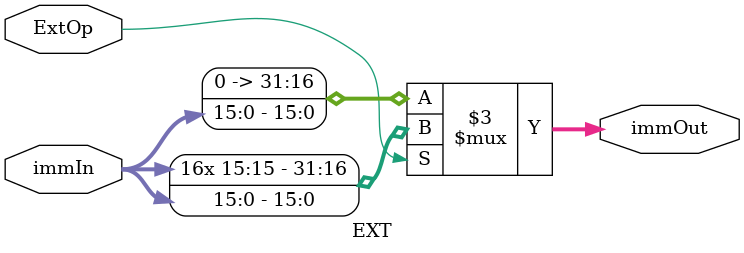
<source format=v>
module EXT(input [15:0] immIn,
           input ExtOp,
           output reg [31:0] immOut);
   always @(ExtOp or immIn)
     if(ExtOp)
       immOut <= {{16{immIn[15]}},immIn[15:0]};
     else
       immOut <= {16'b0,immIn[15:0]};
endmodule // ext

</source>
